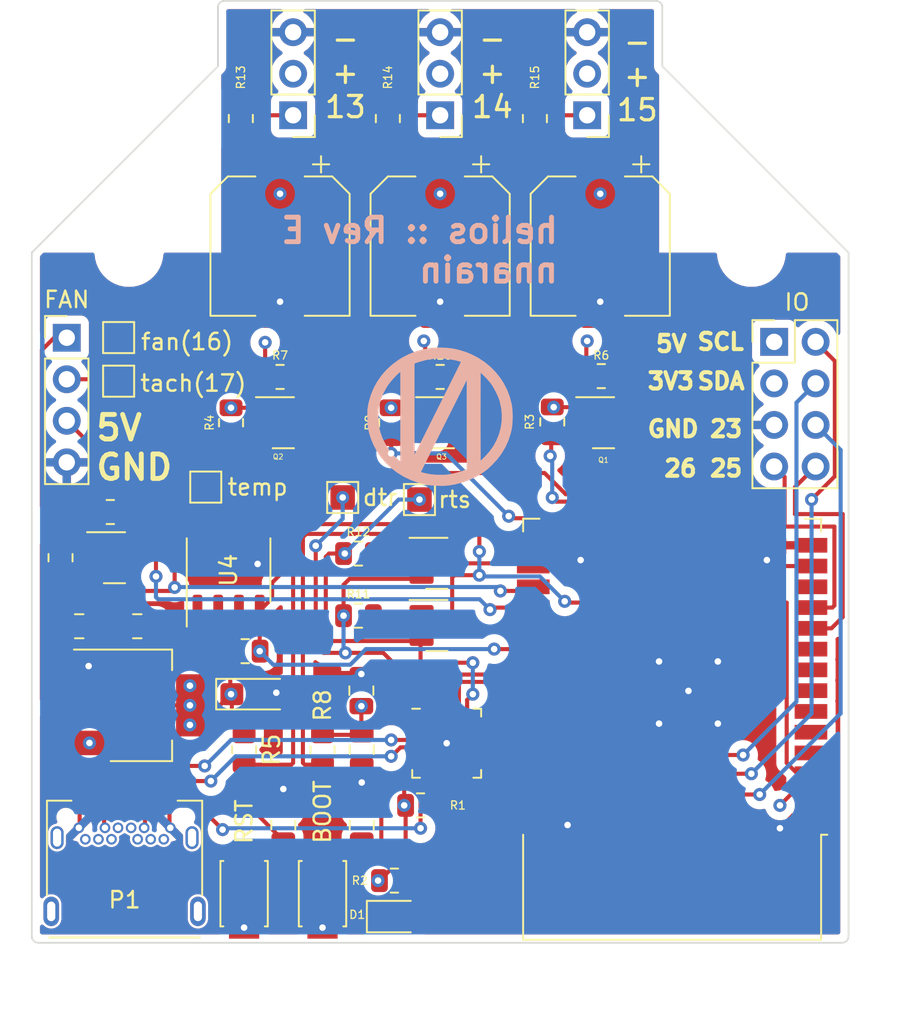
<source format=kicad_pcb>
(kicad_pcb (version 20211014) (generator pcbnew)
  (title_block (title "ESP Light Controller") (date "2022-04-24") (rev "E") (comment 3 "MIT"))
  (layers (0 "F.Cu" signal) (1 "In1.Cu" power "PWR") (2 "In2.Cu" power "GND") (31 "B.Cu" signal) (34 "B.Paste" user) (35 "F.Paste" user) (36 "B.SilkS" user "B.Silkscreen") (37 "F.SilkS" user "F.Silkscreen") (38 "B.Mask" user) (39 "F.Mask" user) (44 "Edge.Cuts" user))
  (net 0 "")
  (net 1 "+5V")
  (net 2 "/en")
  (net 3 "GND")
  (net 4 "/io0")
  (net 5 "Net-(D1-Pad2)")
  (net 6 "+3V3")
  (net 7 "Net-(J1-Pad1)")
  (net 8 "Net-(J3-Pad1)")
  (net 9 "Net-(J2-Pad1)")
  (net 11 "/usb_dp")
  (net 12 "/usb_dm")
  (net 14 "/ledctl2")
  (net 15 "/led2")
  (net 16 "/ledctl0")
  (net 17 "/led0")
  (net 18 "/ledctl1")
  (net 19 "/led1")
  (net 20 "Net-(Q4-Pad1)")
  (net 21 "/rts")
  (net 22 "Net-(Q5-Pad1)")
  (net 23 "/dtr")
  (net 24 "Net-(R1-Pad2)")
  (net 35 "/esp_tx")
  (net 36 "/esp_rx")
  (net 45 "/io23")
  (net 46 "/io26")
  (net 54 "/fan")
  (net 56 "/tach")
  (net 57 "/fanctl")
  (net 59 "Net-(R18-Pad2)")
  (net 62 "/sda")
  (net 63 "/scl")
  (net 64 "/io25")
  (footprint "Resistor_SMD:R_0805_2012Metric" (layer "F.Cu") (at 135.077157 81.787157)
    (fp_text reference "R12" hide)
    (fp_text value "10k")
  )
  (footprint "Resistor_SMD:R_0805_2012Metric" (layer "F.Cu") (at 138.877157 97.187157)
    (fp_text reference "R1" hide)
    (fp_text value "4.7k")
  )
  (footprint "RF_Module:ESP32-WROOM-32" (layer "F.Cu") (at 154.277157 89.537157 180)
    (fp_text reference "U3" hide)
    (fp_text value "ESP32-WROOM-32")
  )
  (footprint "Package_TO_SOT_SMD:SOT-23" (layer "F.Cu") (at 140.277157 73.787157)
    (fp_text reference "Q3" hide)
    (fp_text value "2N7002")
  )
  (footprint "Resistor_SMD:R_0805_2012Metric" (layer "F.Cu") (at 128.077157 93.787157 -90)
    (fp_text reference "R5")
    (fp_text value "10k")
  )
  (footprint "Resistor_SMD:R_0805_2012Metric" (layer "F.Cu") (at 145.877157 55.187157 90)
    (fp_text reference "R15" hide)
    (fp_text value "100")
  )
  (footprint "Package_SO:SOIC-8_3.9x4.9mm_P1.27mm" (layer "F.Cu") (at 127.127 82.804 90)
    (fp_text reference "U4")
    (fp_text value "DS18B20Z")
  )
  (footprint "Capacitor_SMD:C_0805_2012Metric" (layer "F.Cu") (at 135.277157 98.387157 90)
    (fp_text reference "C7" hide)
    (fp_text value "100nF")
  )
  (footprint "Package_TO_SOT_SMD:SOT-23" (layer "F.Cu") (at 139.877157 82.387157)
    (fp_text reference "Q5" hide)
    (fp_text value "2N7002")
  )
  (footprint "Connector_PinHeader_2.54mm:PinHeader_2x04_P2.54mm_Vertical" (layer "F.Cu") (at 160.523 68.844)
    (fp_text reference "J5" hide)
    (fp_text value "IO")
  )
  (footprint "MountingHole:MountingHole_3.2mm_M3_DIN965" (layer "F.Cu") (at 121.031 63.373)
    (fp_text reference "REF**" hide)
    (fp_text value "M3" hide)
  )
  (footprint "Resistor_SMD:R_0805_2012Metric" (layer "F.Cu") (at 119.888 79.248 180)
    (fp_text reference "R17" hide)
    (fp_text value "10k")
  )
  (footprint "Capacitor_Tantalum_SMD:CP_EIA-3216-18_Kemet-A" (layer "F.Cu") (at 128.677157 90.387157)
    (fp_text reference "C4" hide)
    (fp_text value "22uF")
  )
  (footprint "Resistor_SMD:R_0805_2012Metric" (layer "F.Cu") (at 146.939657 73.737157 -90)
    (fp_text reference "R3" hide)
    (fp_text value "10k")
  )
  (footprint "Resistor_SMD:R_0805_2012Metric" (layer "F.Cu") (at 130.277157 70.987157)
    (fp_text reference "R7" hide)
    (fp_text value "10k")
  )
  (footprint "Connector_PinHeader_2.54mm:PinHeader_1x03_P2.54mm_Vertical" (layer "F.Cu") (at 149.077157 54.987157 180)
    (fp_text reference "J3" hide)
    (fp_text value "LED2" hide)
  )
  (footprint "Package_DFN_QFN:QFN-24-1EP_4x4mm_P0.5mm_EP2.6x2.6mm" (layer "F.Cu") (at 140.477157 93.387157)
    (fp_text reference "U1" hide)
    (fp_text value "CP2104")
  )
  (footprint "Connector_PinHeader_2.54mm:PinHeader_1x04_P2.54mm_Vertical" (layer "F.Cu") (at 117.221 68.59)
    (fp_text reference "FAN")
    (fp_text value "FAN")
  )
  (footprint "Capacitor_SMD:C_0805_2012Metric" (layer "F.Cu") (at 135.277157 93.787157 -90)
    (fp_text reference "C2" hide)
    (fp_text value "100nF")
  )
  (footprint "Resistor_SMD:R_0805_2012Metric" (layer "F.Cu") (at 135.077157 85.587157)
    (fp_text reference "R11" hide)
    (fp_text value "10k")
  )
  (footprint "Package_TO_SOT_SMD:SOT-23" (layer "F.Cu") (at 150.077157 73.787157)
    (fp_text reference "Q1" hide)
    (fp_text value "2N7002")
  )
  (footprint "Resistor_SMD:R_0805_2012Metric" (layer "F.Cu") (at 137.277157 101.787157)
    (fp_text reference "R2" hide)
    (fp_text value "330")
  )
  (footprint "Package_TO_SOT_SMD:SOT-223-3_TabPin2" (layer "F.Cu") (at 121.76 91.07)
    (fp_text reference "U2" hide)
    (fp_text value "AMS1117-3.3")
  )
  (footprint "Package_TO_SOT_SMD:SOT-23" (layer "F.Cu") (at 120.142 82.042)
    (fp_text reference "Q6" hide)
    (fp_text value "2N7002")
  )
  (footprint "USB-C-Connectors:TYPE-C-31-M-04" (layer "F.Cu") (at 120.76 102.27)
    (fp_text reference "P1")
    (fp_text value "USB_C_Plug_USB2.0")
  )
  (footprint "TestPoint:TestPoint_Pad_1.5x1.5mm" (layer "F.Cu") (at 120.396 71.247)
    (fp_text reference "TP5" hide)
    (fp_text value "tach(17)")
  )
  (footprint "Capacitor_SMD:CP_Elec_8x10" (layer "F.Cu") (at 140.077157 62.987157 -90)
    (fp_text reference "C9" hide)
    (fp_text value "1000uF")
  )
  (footprint "TestPoint:TestPoint_Pad_1.5x1.5mm" (layer "F.Cu") (at 134.112 78.359)
    (fp_text reference "TP3" hide)
    (fp_text value "dtr")
  )
  (footprint "Capacitor_SMD:C_0805_2012Metric" (layer "F.Cu") (at 135.255 90.17 90)
    (fp_text reference "C1" hide)
    (fp_text value "1uF")
  )
  (footprint "Resistor_SMD:R_0805_2012Metric" (layer "F.Cu") (at 149.939657 70.937157)
    (fp_text reference "R6" hide)
    (fp_text value "10k")
  )
  (footprint "Resistor_SMD:R_0805_2012Metric" (layer "F.Cu") (at 132.877157 93.787157 -90)
    (fp_text reference "R8")
    (fp_text value "10k")
  )
  (footprint "Resistor_SMD:R_0805_2012Metric" (layer "F.Cu") (at 127.277157 73.787157 -90)
    (fp_text reference "R4" hide)
    (fp_text value "10k")
  )
  (footprint "Resistor_SMD:R_0805_2012Metric" (layer "F.Cu") (at 127.877159 55.187157 90)
    (fp_text reference "R13" hide)
    (fp_text value "100")
  )
  (footprint "Capacitor_SMD:C_0805_2012Metric" (layer "F.Cu") (at 121.539 86.233 180)
    (fp_text reference "C3" hide)
    (fp_text value "10uF")
  )
  (footprint "Resistor_SMD:R_0805_2012Metric" (layer "F.Cu") (at 137.077157 73.787157 -90)
    (fp_text reference "R9" hide)
    (fp_text value "10k")
  )
  (footprint "Package_TO_SOT_SMD:SOT-23" (layer "F.Cu") (at 130.477157 73.787157)
    (fp_text reference "Q2" hide)
    (fp_text value "2N7002")
  )
  (footprint "TestPoint:TestPoint_Pad_1.5x1.5mm" (layer "F.Cu") (at 138.811 78.486)
    (fp_text reference "TP4" hide)
    (fp_text value "rts")
  )
  (footprint "Capacitor_SMD:CP_Elec_8x10" (layer "F.Cu") (at 149.877157 62.987157 -90)
    (fp_text reference "C8" hide)
    (fp_text value "1000uF")
  )
  (footprint "Resistor_SMD:R_0805_2012Metric" (layer "F.Cu") (at 116.84 82.042 -90)
    (fp_text reference "R16" hide)
    (fp_text value "10k")
  )
  (footprint "Connector_PinHeader_2.54mm:PinHeader_1x03_P2.54mm_Vertical" (layer "F.Cu") (at 140.077157 54.987156 180)
    (fp_text reference "J2" hide)
    (fp_text value "LED1" hide)
  )
  (footprint "tactile_switches:TS-1088-AR02016" (layer "F.Cu") (at 132.877157 102.587157 -90)
    (fp_text reference "SW2" hide)
    (fp_text value "BOOT")
  )
  (footprint "Resistor_SMD:R_0805_2012Metric" (layer "F.Cu") (at 136.877157 55.187157 90)
    (fp_text reference "R14" hide)
    (fp_text value "100")
  )
  (footprint "TestPoint:TestPoint_Pad_1.5x1.5mm" (layer "F.Cu") (at 120.396 68.58)
    (fp_text reference "TP2" hide)
    (fp_text value "fan(16)")
  )
  (footprint "Package_TO_SOT_SMD:SOT-23" (layer "F.Cu") (at 139.877157 86.187157)
    (fp_text reference "Q4" hide)
    (fp_text value "2N7002")
  )
  (footprint "MountingHole:MountingHole_3.2mm_M3_DIN965" (layer "F.Cu") (at 159.131 63.373)
    (fp_text reference "REF**" hide)
    (fp_text value "M3" hide)
  )
  (footprint "tactile_switches:TS-1088-AR02016" (layer "F.Cu") (at 128.077157 102.587157 -90)
    (fp_text reference "SW1" hide)
    (fp_text value "RST")
  )
  (footprint "Resistor_SMD:R_0805_2012Metric" (layer "F.Cu") (at 140.077157 70.987157)
    (fp_text reference "R10" hide)
    (fp_text value "10k")
  )
  (footprint "Resistor_SMD:R_0805_2012Metric" (layer "F.Cu") (at 128.143 87.757)
    (fp_text reference "R18" hide)
    (fp_text value "4.7k" hide)
  )
  (footprint "Connector_PinHeader_2.54mm:PinHeader_1x03_P2.54mm_Vertical" (layer "F.Cu") (at 131.077158 54.987157 180)
    (fp_text reference "J1" hide)
    (fp_text value "LED0" hide)
  )
  (footprint "Capacitor_SMD:C_0805_2012Metric" (layer "F.Cu") (at 117.983 86.233)
    (fp_text reference "C5" hide)
    (fp_text value "100nF")
  )
  (footprint "LED_SMD:LED_0805_2012Metric" (layer "F.Cu") (at 137.277157 103.987157)
    (fp_text reference "D1" hide)
    (fp_text value "PWR" hide)
  )
  (footprint "Capacitor_SMD:C_0805_2012Metric" (layer "F.Cu") (at 130.477157 98.387157 90)
    (fp_text reference "C6" hide)
    (fp_text value "100nF")
  )
  (footprint "Capacitor_SMD:CP_Elec_8x10" (layer "F.Cu") (at 130.277157 62.987157 -90)
    (fp_text reference "C10" hide)
    (fp_text value "1000uF")
  )
  (footprint "TestPoint:TestPoint_Pad_1.5x1.5mm" (layer "F.Cu") (at 125.73 77.724)
    (fp_text reference "TP1" hide)
    (fp_text value "temp")
  )
  (footprint "symbols:logo" (layer "B.Cu") (at 140.081 73.406 180)
    (fp_text reference "G***" hide)
    (fp_text value "LOGO" hide)
  )
  (gr_line (start 115.077157 63.387157) (end 120.877157 57.587157) (layer "Edge.Cuts") (width 0.1))
  (gr_line (start 153.677157 48.387157) (end 153.677157 51.987157) (layer "Edge.Cuts") (width 0.1))
  (gr_line (start 126.477157 51.987157) (end 126.477157 48.387157) (layer "Edge.Cuts") (width 0.1))
  (gr_arc (start 115.477157 105.587157) (mid 115.194314 105.47) (end 115.077157 105.187157) (layer "Edge.Cuts") (width 0.1))
  (gr_line (start 165.077157 105.187157) (end 165.077157 63.387157) (layer "Edge.Cuts") (width 0.1))
  (gr_line (start 115.077157 105.187157) (end 115.077157 63.387157) (layer "Edge.Cuts") (width 0.1))
  (gr_arc (start 126.477157 48.387157) (mid 126.594314 48.104314) (end 126.877157 47.987157) (layer "Edge.Cuts") (width 0.1))
  (gr_arc (start 165.077157 105.187157) (mid 164.96 105.47) (end 164.677157 105.587157) (layer "Edge.Cuts") (width 0.1))
  (gr_line (start 165.077157 63.387157) (end 153.677157 51.987157) (layer "Edge.Cuts") (width 0.1))
  (gr_line (start 126.877157 47.987157) (end 153.277157 47.987157) (layer "Edge.Cuts") (width 0.1))
  (gr_line (start 115.477157 105.587157) (end 164.677157 105.587157) (layer "Edge.Cuts") (width 0.1))
  (gr_line (start 120.877157 57.587157) (end 126.477157 51.987157) (layer "Edge.Cuts") (width 0.1))
  (gr_arc (start 153.277157 47.987157) (mid 153.56 48.104314) (end 153.677157 48.387157) (layer "Edge.Cuts") (width 0.1))
  (gr_text "helios :: Rev E\nnnarain" (at 147.447 63.246) (layer "B.SilkS") (effects (font (size 1.5 1.5) (thickness 0.3)) (justify left mirror)))
  (gr_text "3V3" (at 152.654 71.247) (layer "F.SilkS") (effects (font (size 1 1) (thickness 0.25)) (justify left)))
  (gr_text "-\n+\n14" (at 143.277157 52.387157) (layer "F.SilkS") (effects (font (size 1.3 1.3) (thickness 0.2))))
  (gr_text "GND\n" (at 152.654 74.168) (layer "F.SilkS") (effects (font (size 1 1) (thickness 0.25)) (justify left)))
  (gr_text "23" (at 156.464 74.168) (layer "F.SilkS") (effects (font (size 1 1) (thickness 0.25)) (justify left)))
  (gr_text "-\n+\n15" (at 152.146 52.578) (layer "F.SilkS") (effects (font (size 1.3 1.3) (thickness 0.2))))
  (gr_text "SDA" (at 155.702 71.247) (layer "F.SilkS") (effects (font (size 1 1) (thickness 0.25)) (justify left)))
  (gr_text "5V" (at 153.162 68.961) (layer "F.SilkS") (effects (font (size 1 1) (thickness 0.25)) (justify left)))
  (gr_text "-\n+\n13" (at 134.277157 52.387157) (layer "F.SilkS") (effects (font (size 1.3 1.3) (thickness 0.2))))
  (gr_text "26" (at 153.67 76.581) (layer "F.SilkS") (effects (font (size 1 1) (thickness 0.25)) (justify left)))
  (gr_text "SCL" (at 155.702 68.834) (layer "F.SilkS") (effects (font (size 1 1) (thickness 0.25)) (justify left)))
  (gr_text "5V\nGND" (at 118.872 75.311) (layer "F.SilkS") (effects (font (size 1.5 1.5) (thickness 0.3)) (justify left)))
  (gr_text "25" (at 156.464 76.581) (layer "F.SilkS") (effects (font (size 1 1) (thickness 0.25)) (justify left)))
  (segment (start 119.51 98.51) (end 119.56 98.56) (width 0.25) (layer "F.Cu") (net 1))
  (segment (start 139.164657 70.987157) (end 139.164657 69.074657) (width 0.25) (layer "F.Cu") (net 1))
  (segment (start 122.01 98.51) (end 121.96 98.56) (width 0.25) (layer "F.Cu") (net 1))
  (segment (start 139.077157 68.987157) (end 139.077157 68.787157) (width 0.25) (layer "F.Cu") (net 1))
  (segment (start 122.01 96.500978) (end 122.01 97.2) (width 0.25) (layer "F.Cu") (net 1))
  (segment (start 138.877157 98.587157) (end 138.877157 96.387157) (width 0.25) (layer "F.Cu") (net 1))
  (segment (start 149.027157 70.937157) (end 149.027157 69.037157) (width 0.25) (layer "F.Cu") (net 1))
  (segment (start 139.164657 69.074657) (end 139.077157 68.987157) (width 0.25) (layer "F.Cu") (net 1))
  (segment (start 138.877157 96.387157) (end 139.202637 96.061677) (width 0.25) (layer "F.Cu") (net 1))
  (segment (start 119.51 97.2) (end 119.51 98.51) (width 0.25) (layer "F.Cu") (net 1))
  (segment (start 139.727157 95.987157) (end 139.727157 95.324657) (width 0.25) (layer "F.Cu") (net 1))
  (segment (start 118.61 93.37) (end 119.51 94.27) (width 0.25) (layer "F.Cu") (net 1))
  (segment (start 122.035489 96.475489) (end 122.01 96.500978) (width 0.25) (layer "F.Cu") (net 1))
  (segment (start 139.202637 96.061677) (end 139.652637 96.061677) (width 0.25) (layer "F.Cu") (net 1))
  (segment (start 149.027157 69.037157) (end 149.077157 68.987157) (width 0.25) (layer "F.Cu") (net 1))
  (segment (start 129.364657 70.987157) (end 129.364657 68.874657) (width 0.25) (layer "F.Cu") (net 1))
  (segment (start 120.8005 79.248) (end 120.8005 77.2495) (width 0.25) (layer "F.Cu") (net 1))
  (segment (start 119.51 94.27) (end 119.51 97.2) (width 0.25) (layer "F.Cu") (net 1))
  (segment (start 139.652637 96.061677) (end 139.727157 95.987157) (width 0.25) (layer "F.Cu") (net 1))
  (segment (start 124.565489 96.475489) (end 122.035489 96.475489) (width 0.25) (layer "F.Cu") (net 1))
  (segment (start 122.01 97.2) (end 122.01 98.51) (width 0.25) (layer "F.Cu") (net 1))
  (segment (start 120.8005 77.2495) (end 117.221 73.67) (width 0.25) (layer "F.Cu") (net 1))
  (segment (start 126.76 98.67) (end 124.565489 96.475489) (width 0.25) (layer "F.Cu") (net 1))
  (segment (start 149.077157 68.987157) (end 149.077157 68.787157) (width 0.25) (layer "F.Cu") (net 1))
  (via (at 140.077157 59.787157) (size 0.8) (drill 0.4) (layers "F.Cu" "B.Cu") (net 1))
  (via (at 149.077157 68.787157) (size 0.8) (drill 0.4) (layers "F.Cu" "B.Cu") (net 1))
  (via (at 129.364657 68.874657) (size 0.8) (drill 0.4) (layers "F.Cu" "B.Cu") (net 1))
  (via (at 126.76 98.67) (size 0.8) (drill 0.4) (layers "F.Cu" "B.Cu") (net 1))
  (via (at 149.877157 59.787157) (size 0.8) (drill 0.4) (layers "F.Cu" "B.Cu") (net 1))
  (via (at 138.877157 98.587157) (size 0.8) (drill 0.4) (layers "F.Cu" "B.Cu") (net 1))
  (via (at 139.077157 68.787157) (size 0.8) (drill 0.4) (layers "F.Cu" "B.Cu") (net 1))
  (via (at 130.277157 59.787157) (size 0.8) (drill 0.4) (layers "F.Cu" "B.Cu") (net 1))
  (via (at 118.61 93.37) (size 0.8) (drill 0.4) (layers "F.Cu" "B.Cu") (net 1))
  (segment (start 138.877157 98.587157) (end 126.842843 98.587157) (width 0.25) (layer "B.Cu") (net 1))
  (segment (start 126.842843 98.587157) (end 126.76 98.67) (width 0.25) (layer "B.Cu") (net 1))
  (segment (start 131.077157 80.387157) (end 131.477157 79.987157) (width 0.25) (layer "F.Cu") (net 2))
  (segment (start 161.29 94.594022) (end 161.948135 95.252157) (width 0.25) (layer "F.Cu") (net 2))
  (segment (start 128.077157 94.699657) (end 130.964657 94.699657) (width 0.25) (layer "F.Cu") (net 2))
  (segment (start 140.814657 83.249657) (end 140.814657 86.187157) (width 0.25) (layer "F.Cu") (net 2))
  (segment (start 128.077157 94.699657) (end 128.077157 96.937157) (width 0.25) (layer "F.Cu") (net 2))
  (segment (start 147.701 84.709) (end 147.779157 84.787157) (width 0.25) (layer "F.Cu") (net 2))
  (segment (start 142.477157 83.111657) (end 140.952657 83.111657) (width 0.25) (layer "F.Cu") (net 2))
  (segment (start 130.477157 99.337157) (end 130.477157 100.512157) (width 0.25) (layer "F.Cu") (net 2))
  (segment (start 131.477157 79.987157) (end 142.477157 79.987157) (width 0.25) (layer "F.Cu") (net 2))
  (segment (start 161.948135 95.252157) (end 162.777157 95.252157) (width 0.25) (layer "F.Cu") (net 2))
  (segment (start 142.477157 79.987157) (end 142.477157 81.662657) (width 0.25) (layer "F.Cu") (net 2))
  (segment (start 140.952657 83.111657) (end 140.814657 83.249657) (width 0.25) (layer "F.Cu") (net 2))
  (segment (start 147.779157 84.787157) (end 161.29 84.787157) (width 0.25) (layer "F.Cu") (net 2))
  (segment (start 131.077157 94.587157) (end 131.077157 80.387157) (width 0.25) (layer "F.Cu") (net 2))
  (segment (start 130.964657 94.699657) (end 131.077157 94.587157) (width 0.25) (layer "F.Cu") (net 2))
  (segment (start 128.077157 96.937157) (end 130.477157 99.337157) (width 0.25) (layer "F.Cu") (net 2))
  (segment (start 161.29 84.787157) (end 161.29 94.594022) (width 0.25) (layer "F.Cu") (net 2))
  (segment (start 130.477157 100.512157) (end 128.077157 100.512157) (width 0.25) (layer "F.Cu") (net 2))
  (via (at 147.701 84.709) (size 0.8) (drill 0.4) (layers "F.Cu" "B.Cu") (net 2))
  (via (at 142.477157 81.662657) (size 0.8) (drill 0.4) (layers "F.Cu" "B.Cu") (net 2))
  (via (at 142.477157 83.111657) (size 0.8) (drill 0.4) (layers "F.Cu" "B.Cu") (net 2))
  (segment (start 142.477157 81.662657) (end 142.477157 83.111657) (width 0.25) (layer "B.Cu") (net 2))
  (segment (start 146.179157 83.187157) (end 142.552657 83.187157) (width 0.25) (layer "B.Cu") (net 2))
  (segment (start 147.701 84.709) (end 146.179157 83.187157) (width 0.25) (layer "B.Cu") (net 2))
  (segment (start 142.552657 83.187157) (end 142.477157 83.111657) (width 0.25) (layer "B.Cu") (net 2))
  (segment (start 130.027157 90.317843) (end 130.027157 90.387157) (width 0.25) (layer "F.Cu") (net 3))
  (segment (start 123.51 97.2) (end 123.51 98.51) (width 0.25) (layer "F.Cu") (net 3))
  (segment (start 135.664657 104.662157) (end 136.339657 103.987157) (width 0.25) (layer "F.Cu") (net 3))
  (segment (start 159.992157 80.282157) (end 159.992157 82.102157) (width 0.25) (layer "F.Cu") (net 3))
  (segment (start 147.282157 97.792157) (end 147.877157 98.387157) (width 0.25) (layer "F.Cu") (net 3))
  (segment (start 132.877157 104.662157) (end 135.664657 104.662157) (width 0.25) (layer "F.Cu") (net 3))
  (segment (start 139.727157 92.637157) (end 140.477157 93.387157) (width 0.25) (layer "F.Cu") (net 3))
  (segment (start 148.562157 80.282157) (end 148.562157 82.072157) (width 0.25) (layer "F.Cu") (net 3))
  (segment (start 123.51 98.51) (end 123.56 98.56) (width 0.25) (layer "F.Cu") (net 3))
  (segment (start 145.777157 97.792157) (end 147.282157 97.792157) (width 0.25) (layer "F.Cu") (net 3))
  (segment (start 135.277157 97.437157) (end 130.477157 97.437157) (width 0.25) (layer "F.Cu") (net 3))
  (segment (start 129.032 82.296) (end 128.905 82.423) (width 0.25) (layer "F.Cu") (net 3))
  (segment (start 159.992157 82.102157) (end 160.077157 82.187157) (width 0.25) (layer "F.Cu") (net 3))
  (segment (start 162.777157 97.792157) (end 161.672157 97.792157) (width 0.25) (layer "F.Cu") (net 3))
  (segment (start 118.933 86.233) (end 120.589 86.233) (width 0.25) (layer "F.Cu") (net 3))
  (segment (start 129.032 80.329) (end 129.032 82.296) (width 0.25) (layer "F.Cu") (net 3))
  (segment (start 161.672157 97.792157) (end 160.877157 98.587157) (width 0.25) (layer "F.Cu") (net 3))
  (segment (start 135.277157 94.737157) (end 135.277157 95.787157) (width 0.25) (layer "F.Cu") (net 3))
  (segment (start 138.539657 92.637157) (end 139.727157 92.637157) (width 0.25) (layer "F.Cu") (net 3))
  (segment (start 118.01 98.51) (end 117.96 98.56) (width 0.25) (layer "F.Cu") (net 3))
  (segment (start 118.933 86.233) (end 118.933 88.297) (width 0.25) (layer "F.Cu") (net 3))
  (segment (start 130.048 90.297) (end 130.027157 90.317843) (width 0.25) (layer "F.Cu") (net 3))
  (segment (start 118.933 88.297) (end 118.56 88.67) (width 0.25) (layer "F.Cu") (net 3))
  (segment (start 118.01 97.2) (end 118.01 98.51) (width 0.25) (layer "F.Cu") (net 3))
  (segment (start 130.477157 97.437157) (end 130.477157 96.187157) (width 0.25) (layer "F.Cu") (net 3))
  (segment (start 148.562157 82.072157) (end 148.677157 82.187157) (width 0.25) (layer "F.Cu") (net 3))
  (via (at 147.877157 98.387157) (size 0.8) (drill 0.4) (layers "F.Cu" "B.Cu") (net 3))
  (via (at 135.255 89.154) (size 0.8) (drill 0.4) (layers "F.Cu" "B.Cu") (net 3))
  (via (at 160.877157 98.587157) (size 0.8) (drill 0.4) (layers "F.Cu" "B.Cu") (net 3))
  (via (at 155.277157 90.187157) (size 0.8) (drill 0.4) (layers "F.Cu" "B.Cu") (net 3))
  (via (at 128.077157 104.662157) (size 0.8) (drill 0.4) (layers "F.Cu" "B.Cu") (net 3))
  (via (at 149.877157 66.387157) (size 0.8) (drill 0.4) (layers "F.Cu" "B.Cu") (net 3))
  (via (at 148.677157 82.187157) (size 0.8) (drill 0.4) (layers "F.Cu" "B.Cu") (net 3))
  (via (at 130.048 90.297) (size 0.8) (drill 0.4) (layers "F.Cu" "B.Cu") (net 3))
  (via (at 157.077157 92.187157) (size 0.8) (drill 0.4) (layers "F.Cu" "B.Cu") (net 3))
  (via (at 128.905 82.423) (size 0.8) (drill 0.4) (layers "F.Cu" "B.Cu") (net 3))
  (via (at 132.877157 104.662157) (size 0.8) (drill 0.4) (layers "F.Cu" "B.Cu") (net 3))
  (via (at 118.56 88.67) (size 0.8) (drill 0.4) (layers "F.Cu" "B.Cu") (net 3))
  (via (at 140.077157 66.387157) (size 0.8) (drill 0.4) (layers "F.Cu" "B.Cu") (net 3))
  (via (at 130.277157 66.387157) (size 0.8) (drill 0.4) (layers "F.Cu" "B.Cu") (net 3))
  (via (at 157.077157 88.387157) (size 0.8) (drill 0.4) (layers "F.Cu" "B.Cu") (net 3))
  (via (at 140.477157 93.387157) (size 0.8) (drill 0.4) (layers "F.Cu" "B.Cu") (net 3))
  (via (at 160.077157 82.187157) (size 0.8) (drill 0.4) (layers "F.Cu" "B.Cu") (net 3))
  (via (at 153.477157 92.187157) (size 0.8) (drill 0.4) (layers "F.Cu" "B.Cu") (net 3))
  (via (at 153.477157 88.387157) (size 0.8) (drill 0.4) (layers "F.Cu" "B.Cu") (net 3))
  (via (at 130.477157 96.187157) (size 0.8) (drill 0.4) (layers "F.Cu" "B.Cu") (net 3))
  (via (at 135.277157 95.787157) (size 0.8) (drill 0.4) (layers "F.Cu" "B.Cu") (net 3))
  (segment (start 135.277157 100.387157) (end 135.277157 99.337157) (width 0.25) (layer "F.Cu") (net 4))
  (segment (start 132.877157 100.512157) (end 135.152157 100.512157) (width 0.25) (layer "F.Cu") (net 4))
  (segment (start 131.677157 94.587157) (end 131.677157 80.787157) (width 0.25) (layer "F.Cu") (net 4))
  (segment (start 131.677157 80.787157) (end 131.877157 80.587157) (width 0.25) (layer "F.Cu") (net 4))
  (segment (start 140.677157 80.587157) (end 140.877157 80.787157) (width 0.25) (layer "F.Cu") (net 4))
  (segment (start 132.877157 94.699657) (end 131.789657 94.699657) (width 0.25) (layer "F.Cu") (net 4))
  (segment (start 136.477157 96.987157) (end 136.477157 99.387157) (width 0.25) (layer "F.Cu") (net 4))
  (segment (start 140.877157 80.787157) (end 140.877157 82.324657) (width 0.25) (layer "F.Cu") (net 4))
  (segment (start 140.877157 82.324657) (end 140.814657 82.387157) (width 0.25) (layer "F.Cu") (net 4))
  (segment (start 131.789657 94.699657) (end 131.677157 94.587157) (width 0.25) (layer "F.Cu") (net 4))
  (segment (start 140.814657 82.387157) (end 143.677157 82.387157) (width 0.25) (layer "F.Cu") (net 4))
  (segment (start 131.877157 80.587157) (end 140.677157 80.587157) (width 0.25) (layer "F.Cu") (net 4))
  (segment (start 135.327157 99.387157) (end 135.277157 99.337157) (width 0.25) (layer "F.Cu") (net 4))
  (segment (start 144.782157 81.282157) (end 145.777157 81.282157) (width 0.25) (layer "F.Cu") (net 4))
  (segment (start 136.477157 99.387157) (end 135.327157 99.387157) (width 0.25) (layer "F.Cu") (net 4))
  (segment (start 134.790137 96.612637) (end 136.102637 96.612637) (width 0.25) (layer "F.Cu") (net 4))
  (segment (start 135.152157 100.512157) (end 135.277157 100.387157) (width 0.25) (layer "F.Cu") (net 4))
  (segment (start 136.102637 96.612637) (end 136.477157 96.987157) (width 0.25) (layer "F.Cu") (net 4))
  (segment (start 143.677157 82.387157) (end 144.782157 81.282157) (width 0.25) (layer "F.Cu") (net 4))
  (segment (start 132.877157 94.699657) (end 134.790137 96.612637) (width 0.25) (layer "F.Cu") (net 4))
  (segment (start 138.189657 103.962157) (end 138.214657 103.987157) (width 0.25) (layer "F.Cu") (net 5))
  (segment (start 138.189657 101.787157) (end 138.189657 103.962157) (width 0.25) (layer "F.Cu") (net 5))
  (segment (start 127.327157 90.387157) (end 127.327157 92.124657) (width 0.25) (layer "F.Cu") (net 6))
  (segment (start 137.964657 100.187157) (end 136.364657 101.787157) (width 0.25) (layer "F.Cu") (net 6))
  (segment (start 146.952157 72.837157) (end 146.939657 72.824657) (width 0.25) (layer "F.Cu") (net 6))
  (segment (start 118.61 91.07) (end 122.544 91.07) (width 0.25) (layer "F.Cu") (net 6))
  (segment (start 132.877157 92.874657) (end 135.239657 92.874657) (width 0.25) (layer "F.Cu") (net 6))
  (segment (start 115.697 90.678) (end 116.089 91.07) (width 0.25) (layer "F.Cu") (net 6))
  (segment (start 122.544 91.07) (end 124.91 91.07) (width 0.25) (layer "F.Cu") (net 6))
  (segment (start 122.489 86.233) (end 122.489 91.015) (width 0.25) (layer "F.Cu") (net 6))
  (segment (start 139.164657 95.387157) (end 139.227157 95.324657) (width 0.25) (layer "F.Cu") (net 6))
  (segment (start 147.027157 72.837157) (end 146.952157 72.837157) (width 0.25) (layer "F.Cu") (net 6))
  (segment (start 115.824 86.233) (end 115.697 86.36) (width 0.25) (layer "F.Cu") (net 6))
  (segment (start 161.542157 96.522157) (end 160.877157 97.187157) (width 0.25) (layer "F.Cu") (net 6))
  (segment (start 129.502157 72.874657) (end 129.539657 72.837157) (width 0.25) (layer "F.Cu") (net 6))
  (segment (start 135.255 92.815) (end 135.277157 92.837157) (width 0.25) (layer "F.Cu") (net 6))
  (segment (start 127.762 85.279) (end 127.762 87.2255) (width 0.25) (layer "F.Cu") (net 6))
  (segment (start 126.594314 91.07) (end 127.277157 90.387157) (width 0.25) (layer "F.Cu") (net 6))
  (segment (start 127.277157 72.874657) (end 129.502157 72.874657) (width 0.25) (layer "F.Cu") (net 6))
  (segment (start 137.077157 72.874657) (end 139.302157 72.874657) (width 0.25) (layer "F.Cu") (net 6))
  (segment (start 135.239657 92.874657) (end 135.277157 92.837157) (width 0.25) (layer "F.Cu") (net 6))
  (segment (start 138.539657 94.137157) (end 138.539657 94.637157) (width 0.25) (layer "F.Cu") (net 6))
  (segment (start 137.877157 95.299657) (end 138.539657 94.637157) (width 0.25) (layer "F.Cu") (net 6))
  (segment (start 138.677157 95.387157) (end 139.164657 95.387157) (width 0.25) (layer "F.Cu") (net 6))
  (segment (start 137.877157 97.187157) (end 137.877157 95.299657) (width 0.25) (layer "F.Cu") (net 6))
  (segment (start 119.167 81.1295) (end 119.2045 81.092) (width 0.25) (layer "F.Cu") (net 6))
  (segment (start 149.139657 72.837157) (end 147.027157 72.837157) (width 0.25) (layer "F.Cu") (net 6))
  (segment (start 127.2305 90.3405) (end 127.277157 90.387157) (width 0.25) (layer "F.Cu") (net 6))
  (segment (start 138.539657 94.637157) (end 138.539657 95.249657) (width 0.25) (layer "F.Cu") (net 6))
  (segment (start 139.302157 72.874657) (end 139.339657 72.837157) (width 0.25) (layer "F.Cu") (net 6))
  (segment (start 122.489 91.015) (end 122.544 91.07) (width 0.25) (layer "F.Cu") (net 6))
  (segment (start 115.697 86.36) (end 115.697 90.678) (width 0.25) (layer "F.Cu") (net 6))
  (segment (start 135.255 91.12) (end 135.255 92.815) (width 0.25) (layer "F.Cu") (net 6))
  (segment (start 116.84 81.1295) (end 119.167 81.1295) (width 0.25) (layer "F.Cu") (net 6))
  (segment (start 137.964657 97.187157) (end 137.964657 100.187157) (width 0.25) (layer "F.Cu") (net 6))
  (segment (start 115.8475 81.1295) (end 115.697 81.28) (width 0.25) (layer "F.Cu") (net 6))
  (segment (start 115.697 81.28) (end 115.697 86.36) (width 0.25) (layer "F.Cu") (net 6))
  (segment (start 138.539657 95.249657) (end 138.677157 95.387157) (width 0.25) (layer "F.Cu") (net 6))
  (segment (start 162.777157 96.522157) (end 161.542157 96.522157) (width 0.25) (layer "F.Cu") (net 6))
  (segment (start 116.089 91.07) (end 118.61 91.07) (width 0.25) (layer "F.Cu") (net 6))
  (segment (start 127.277157 90.387157) (end 127.327157 90.387157) (width 0.25) (layer "F.Cu") (net 6))
  (segment (start 124.91 91.07) (end 126.594314 91.07) (width 0.25) (layer "F.Cu") (net 6))
  (segment (start 127.2305 87.757) (end 127.2305 90.3405) (width 0.25) (layer "F.Cu") (net 6))
  (segment (start 127.327157 92.124657) (end 128.077157 92.874657) (width 0.25) (layer "F.Cu") (net 6))
  (segment (start 116.84 81.1295) (end 115.8475 81.1295) (width 0.25) (layer "F.Cu") (net 6))
  (segment (start 117.033 86.233) (end 115.824 86.233) (width 0.25) (layer "F.Cu") (net 6))
  (segment (start 127.762 87.2255) (end 127.2305 87.757) (width 0.25) (layer "F.Cu") (net 6))
  (via (at 136.277157 101.787157) (size 0.8) (drill 0.4) (layers "F.Cu" "B.Cu") (net 6))
  (via (at 124.76 89.87) (size 0.8) (drill 0.4) (layers "F.Cu" "B.Cu") (net 6))
  (via (at 137.077157 72.874657) (size 0.8) (drill 0.4) (layers "F.Cu" "B.Cu") (net 6))
  (via (at 124.76 91.07) (size 0.8) (drill 0.4) (layers "F.Cu" "B.Cu") (net 6))
  (via (at 147.027157 72.837157) (size 0.8) (drill 0.4) (layers "F.Cu" "B.Cu") (net 6))
  (via (at 127.277157 90.387157) (size 0.8) (drill 0.4) (layers "F.Cu" "B.Cu") (net 6))
  (via (at 160.877157 97.187157) (size 0.8) (drill 0.4) (layers "F.Cu" "B.Cu") (net 6))
  (via (at 137.877157 97.187157) (size 0.8) (drill 0.4) (layers "F.Cu" "B.Cu") (net 6))
  (via (at 127.277157 72.874657) (size 0.8) (drill 0.4) (layers "F.Cu" "B.Cu") (net 6))
  (via (at 124.76 92.27) (size 0.8) (drill 0.4) (layers "F.Cu" "B.Cu") (net 6))
  (via (at 135.255 91.12) (size 0.8) (drill 0.4) (layers "F.Cu" "B.Cu") (net 6))
  (segment (start 127.877159 54.274657) (end 128.589659 54.987157) (width 0.25) (layer "F.Cu") (net 7))
  (segment (start 128.589659 54.987157) (end 131.077158 54.987157) (width 0.25) (layer "F.Cu") (net 7))
  (segment (start 146.589657 54.987157) (end 149.077157 54.987157) (width 0.25) (layer "F.Cu") (net 8))
  (segment (start 145.877157 54.274657) (end 146.589657 54.987157) (width 0.25) (layer "F.Cu") (net 8))
  (segment (start 137.589656 54.987156) (end 140.077157 54.987156) (width 0.25) (layer "F.Cu") (net 9))
  (segment (start 136.877157 54.274657) (end 137.589656 54.987156) (width 0.25) (layer "F.Cu") (net 9))
  (segment (start 120.51 95.12) (end 120.855142 94.774858) (width 0.25) (layer "F.Cu") (net 11))
  (segment (start 120.855142 94.774858) (end 125.664858 94.774858) (width 0.25) (layer "F.Cu") (net 11))
  (segment (start 137.077157 93.187157) (end 138.489657 93.187157) (width 0.25) (layer "F.Cu") (net 11))
  (segment (start 138.489657 93.187157) (end 138.539657 93.137157) (width 0.25) (layer "F.Cu") (net 11))
  (segment (start 120.51 97.2) (end 120.51 95.12) (width 0.25) (layer "F.Cu") (net 11))
  (via (at 125.664858 94.774858) (size 0.8) (drill 0.4) (layers "F.Cu" "B.Cu") (net 11))
  (via (at 137.077157 93.187157) (size 0.8) (drill 0.4) (layers "F.Cu" "B.Cu") (net 11))
  (segment (start 127.277157 93.187157) (end 137.077157 93.187157) (width 0.25) (layer "B.Cu") (net 11))
  (segment (start 125.677157 94.787157) (end 127.277157 93.187157) (width 0.25) (layer "B.Cu") (net 11))
  (segment (start 137.101771 94.187157) (end 137.651771 93.637157) (width 0.25) (layer "F.Cu") (net 12))
  (segment (start 137.077157 94.187157) (end 137.101771 94.187157) (width 0.25) (layer "F.Cu") (net 12))
  (segment (start 121.01 96.500978) (end 121.810476 95.700502) (width 0.25) (layer "F.Cu") (net 12))
  (segment (start 121.01 97.2) (end 121.01 96.500978) (width 0.25) (layer "F.Cu") (net 12))
  (segment (start 121.810476 95.700502) (end 126.041935 95.700502) (width 0.25) (layer "F.Cu") (net 12))
  (segment (start 137.651771 93.637157) (end 138.539657 93.637157) (width 0.25) (layer "F.Cu") (net 12))
  (via (at 126.041935 95.700502) (size 0.8) (drill 0.4) (layers "F.Cu" "B.Cu") (net 12))
  (via (at 137.077157 94.187157) (size 0.8) (drill 0.4) (layers "F.Cu" "B.Cu") (net 12))
  (segment (start 126.041935 95.700502) (end 127.55528 94.187157) (width 0.25) (layer "B.Cu") (net 12))
  (segment (start 127.55528 94.187157) (end 137.077157 94.187157) (width 0.25) (layer "B.Cu") (net 12))
  (segment (start 147.193 78.613) (end 149.733 78.613) (width 0.25) (layer "F.Cu") (net 14))
  (segment (start 149.832157 78.712157) (end 149.832157 80.282157) (width 0.25) (layer "F.Cu") (net 14))
  (segment (start 146.843843 75.787157) (end 146.812 75.819) (width 0.25) (layer "F.Cu") (net 14))
  (segment (start 146.877157 75.787157) (end 146.877157 74.712157) (width 0.25) (layer "F.Cu") (net 14))
  (segment (start 149.733 78.613) (end 149.832157 78.712157) (width 0.25) (layer "F.Cu") (net 14))
  (segment (start 149.052157 74.649657) (end 149.139657 74.737157) (width 0.25) (layer "F.Cu") (net 14))
  (segment (start 146.939657 74.649657) (end 149.052157 74.649657) (width 0.25) (layer "F.Cu") (net 14))
  (segment (start 146.877157 75.787157) (end 146.843843 75.787157) (width 0.25) (layer "F.Cu") (net 14))
  (segment (start 146.939 78.359) (end 147.193 78.613) (width 0.25) (layer "F.Cu") (net 14))
  (segment (start 146.877157 74.712157) (end 146.939657 74.649657) (width 0.25) (layer "F.Cu") (net 14))
  (via (at 146.939 78.359) (size 0.8) (drill 0.4) (layers "F.Cu" "B.Cu") (net 14))
  (via (at 146.812 75.819) (size 0.8) (drill 0.4) (layers "F.Cu" "B.Cu") (net 14))
  (segment (start 146.812 75.819) (end 146.939 75.946) (width 0.25) (layer "B.Cu") (net 14))
  (segment (start 146.939 75.946) (end 146.939 78.359) (width 0.25) (layer "B.Cu") (net 14))
  (segment (start 145.877157 57.587157) (end 145.877157 56.099657) (width 0.25) (layer "F.Cu") (net 15))
  (segment (start 152.077157 57.587157) (end 145.877157 57.587157) (width 0.25) (layer "F.Cu") (net 15))
  (segment (start 150.852157 70.937157) (end 152.077157 69.712157) (width 0.25) (layer "F.Cu") (net 15))
  (segment (start 151.014657 71.099657) (end 150.852157 70.937157) (width 0.25) (layer "F.Cu") (net 15))
  (segment (start 152.077157 69.712157) (end 152.077157 57.587157) (width 0.25) (layer "F.Cu") (net 15))
  (segment (start 151.014657 73.787157) (end 151.014657 71.099657) (width 0.25) (layer "F.Cu") (net 15))
  (segment (start 127.277157 74.699657) (end 129.502157 74.699657) (width 0.25) (layer "F.Cu") (net 16))
  (segment (start 129.502157 74.699657) (end 129.539657 74.737157) (width 0.25) (layer "F.Cu") (net 16))
  (segment (start 158.722157 80.282157) (end 158.722157 79.032157) (width 0.25) (layer "F.Cu") (net 16))
  (segment (start 158.722157 79.032157) (end 158.303 78.613) (width 0.25) (layer "F.Cu") (net 16))
  (segment (start 149.919198 78.16348) (end 147.768094 78.16348) (width 0.25) (layer "F.Cu") (net 16))
  (segment (start 158.303 78.613) (end 150.281677 78.613) (width 0.25) (layer "F.Cu") (net 16))
  (segment (start 146.46726 76.862646) (end 131.665146 76.862646) (width 0.25) (layer "F.Cu") (net 16))
  (segment (start 150.281677 78.525959) (end 149.919198 78.16348) (width 0.25) (layer "F.Cu") (net 16))
  (segment (start 150.281677 78.613) (end 150.281677 78.525959) (width 0.25) (layer "F.Cu") (net 16))
  (segment (start 147.768094 78.16348) (end 146.46726 76.862646) (width 0.25) (layer "F.Cu") (net 16))
  (segment (start 131.665146 76.862646) (end 129.539657 74.737157) (width 0.25) (layer "F.Cu") (net 16))
  (segment (start 132.277157 69.899657) (end 132.277157 57.587157) (width 0.25) (layer "F.Cu") (net 17))
  (segment (start 132.277157 57.587157) (end 127.877157 57.587157) (width 0.25) (layer "F.Cu") (net 17))
  (segment (start 131.414657 71.212157) (end 131.189657 70.987157) (width 0.25) (layer "F.Cu") (net 17))
  (segment (start 131.414657 73.787157) (end 131.414657 71.212157) (width 0.25) (layer "F.Cu") (net 17))
  (segment (start 131.189657 70.987157) (end 132.277157 69.899657) (width 0.25) (layer "F.Cu") (net 17))
  (segment (start 127.877157 57.587157) (end 127.877157 56.099659) (width 0.25) (layer "F.Cu") (net 17))
  (segment (start 127.877157 56.099659) (end 127.877159 56.099657) (width 0.25) (layer "F.Cu") (net 17))
  (segment (start 144.272 79.502) (end 144.399 79.629) (width 0.25) (layer "F.Cu") (net 18))
  (segment (start 144.399 79.629) (end 147.447 79.629) (width 0.25) (layer "F.Cu") (net 18))
  (segment (start 160.801332 82.911668) (end 161.163 82.55) (width 0.25) (layer "F.Cu") (net 18))
  (segment (start 147.447 79.629) (end 147.447 82.423) (width 0.25) (layer "F.Cu") (net 18))
  (segment (start 137.077157 75.662657) (end 137.077157 74.699657) (width 0.25) (layer "F.Cu") (net 18))
  (segment (start 147.935668 82.911668) (end 160.801332 82.911668) (width 0.25) (layer "F.Cu") (net 18))
  (segment (start 161.163 82.55) (end 161.165157 82.552157) (width 0.25) (layer "F.Cu") (net 18))
  (segment (start 139.302157 74.699657) (end 139.339657 74.737157) (width 0.25) (layer "F.Cu") (net 18))
  (segment (start 147.447 82.423) (end 147.935668 82.911668) (width 0.25) (layer "F.Cu") (net 18))
  (segment (start 137.077157 74.699657) (end 139.302157 74.699657) (width 0.25) (layer "F.Cu") (net 18))
  (segment (start 161.165157 82.552157) (end 162.777157 82.552157) (width 0.25) (layer "F.Cu") (net 18))
  (via (at 144.272 79.502) (size 0.8) (drill 0.4) (layers "F.Cu" "B.Cu") (net 18))
  (via (at 137.077157 75.662657) (size 0.8) (drill 0.4) (layers "F.Cu" "B.Cu") (net 18))
  (segment (start 140.432657 75.662657) (end 137.077157 75.662657) (width 0.25) (layer "B.Cu") (net 18))
  (segment (start 144.272 79.502) (end 140.432657 75.662657) (width 0.25) (layer "B.Cu") (net 18))
  (segment (start 136.877157 57.587157) (end 136.877157 56.099657) (width 0.25) (layer "F.Cu") (net 19))
  (segment (start 141.214657 73.787157) (end 141.214657 71.212157) (width 0.25) (layer "F.Cu") (net 19))
  (segment (start 141.214657 71.212157) (end 140.989657 70.987157) (width 0.25) (layer "F.Cu") (net 19))
  (segment (start 142.277157 69.699657) (end 142.277157 57.587157) (width 0.25) (layer "F.Cu") (net 19))
  (segment (start 140.989657 70.987157) (end 142.277157 69.699657) (width 0.25) (layer "F.Cu") (net 19))
  (segment (start 142.277157 57.587157) (end 136.877157 57.587157) (width 0.25) (layer "F.Cu") (net 19))
  (segment (start 138.589657 85.587157) (end 138.939657 85.237157) (width 0.25) (layer "F.Cu") (net 20))
  (segment (start 135.989657 85.587157) (end 138.589657 85.587157) (width 0.25) (layer "F.Cu") (net 20))
  (segment (start 141.727157 90.737157) (end 142.077157 90.387157) (width 0.25) (layer "F.Cu") (net 21))
  (segment (start 138.877157 88.387157) (end 138.877157 87.199657) (width 0.25) (layer "F.Cu") (net 21))
  (segment (start 133.277157 81.787157) (end 133.077157 81.987157) (width 0.25) (layer "F.Cu") (net 21))
  (segment (start 133.077157 86.987157) (end 133.227157 87.137157) (width 0.25) (layer "F.Cu") (net 21))
  (segment (start 133.227157 87.137157) (end 138.939657 87.137157) (width 0.25) (layer "F.Cu") (net 21))
  (segment (start 138.952657 88.462657) (end 138.877157 88.387157) (width 0.25) (layer "F.Cu") (net 21))
  (segment (start 134.164657 81.787157) (end 133.277157 81.787157) (width 0.25) (layer "F.Cu") (net 21))
  (segment (start 142.077157 88.462657) (end 138.952657 88.462657) (width 0.25) (layer "F.Cu") (net 21))
  (segment (start 133.077157 81.987157) (end 133.077157 86.987157) (width 0.25) (layer "F.Cu") (net 21))
  (segment (start 138.877157 87.199657) (end 138.939657 87.137157) (width 0.25) (layer "F.Cu") (net 21))
  (segment (start 141.727157 91.449657) (end 141.727157 90.737157) (width 0.25) (layer "F.Cu") (net 21))
  (via (at 142.077157 88.462657) (size 0.8) (drill 0.4) (layers "F.Cu" "B.Cu") (net 21))
  (via (at 134.239 81.788) (size 0.8) (drill 0.4) (layers "F.Cu" "B.Cu") (net 21))
  (via (at 142.077157 90.387157) (size 0.8) (drill 0.4) (layers "F.Cu" "B.Cu") (net 21))
  (via (at 138.811 78.486) (size 0.8) (drill 0.4) (layers "F.Cu" "B.Cu") (net 21))
  (segment (start 137.541 78.486) (end 134.239 81.788) (width 0.25) (layer "B.Cu") (net 21))
  (segment (start 138.811 78.486) (end 137.541 78.486) (width 0.25) (layer "B.Cu") (net 21))
  (segment (start 142.077157 90.387157) (end 142.077157 88.462657) (width 0.25) (layer "B.Cu") (net 21))
  (segment (start 138.589657 81.787157) (end 138.939657 81.437157) (width 0.25) (layer "F.Cu") (net 22))
  (segment (start 135.989657 81.787157) (end 138.589657 81.787157) (width 0.25) (layer "F.Cu") (net 22))
  (segment (start 136.598985 87.861657) (end 139.727157 90.989829) (width 0.25) (layer "F.Cu") (net 23))
  (segment (start 132.461 87.376) (end 132.946657 87.861657) (width 0.25) (layer "F.Cu") (net 23))
  (segment (start 134.164657 85.587157) (end 134.164657 83.699657) (width 0.25) (layer "F.Cu") (net 23))
  (segment (start 132.461 81.311657) (end 132.461 87.376) (width 0.25) (layer "F.Cu") (net 23))
  (segment (start 134.164657 83.699657) (end 134.527157 83.337157) (width 0.25) (layer "F.Cu") (net 23))
  (segment (start 134.277157 87.861657) (end 136.598985 87.861657) (width 0.25) (layer "F.Cu") (net 23))
  (segment (start 139.727157 90.989829) (end 139.727157 91.449657) (width 0.25) (layer "F.Cu") (net 23))
  (segment (start 132.946657 87.861657) (end 134.277157 87.861657) (width 0.25) (layer "F.Cu") (net 23))
  (segment (start 134.527157 83.337157) (end 138.939657 83.337157) (width 0.25) (layer "F.Cu") (net 23))
  (via (at 132.461 81.311657) (size 0.8) (drill 0.4) (layers "F.Cu" "B.Cu") (net 23))
  (via (at 134.277157 87.861657) (size 0.8) (drill 0.4) (layers "F.Cu" "B.Cu") (net 23))
  (via (at 134.112 78.359) (size 0.8) (drill 0.4) (layers "F.Cu" "B.Cu") (net 23))
  (via (at 134.164657 85.587157) (size 0.8) (drill 0.4) (layers "F.Cu" "B.Cu") (net 23))
  (segment (start 134.164657 87.674657) (end 134.277157 87.787157) (width 0.25) (layer "B.Cu") (net 23))
  (segment (start 132.461 81.311657) (end 134.112 79.660657) (width 0.25) (layer "B.Cu") (net 23))
  (segment (start 134.277157 87.787157) (end 134.277157 87.861657) (width 0.25) (layer "B.Cu") (net 23))
  (segment (start 134.164657 85.587157) (end 134.164657 87.674657) (width 0.25) (layer "B.Cu") (net 23))
  (segment (start 134.112 79.660657) (end 134.112 78.359) (width 0.25) (layer "B.Cu") (net 23))
  (segment (start 140.227157 95.324657) (end 140.227157 96.749657) (width 0.25) (layer "F.Cu") (net 24))
  (segment (start 140.227157 96.749657) (end 139.789657 97.187157) (width 0.25) (layer "F.Cu") (net 24))
  (segment (start 145.772157 93.987157) (end 145.777157 93.982157) (width 0.25) (layer "F.Cu") (net 35))
  (segment (start 141.227637 89.636677) (end 143.51 89.636677) (width 0.25) (layer "F.Cu") (net 35))
  (segment (start 141.227157 91.449657) (end 141.227157 89.637157) (width 0.25) (layer "F.Cu") (net 35))
  (segment (start 141.227157 89.637157) (end 141.227637 89.636677) (width 0.25) (layer "F.Cu") (net 35))
  (segment (start 143.51 93.987157) (end 145.772157 93.987157) (width 0.25) (layer "F.Cu") (net 35))
  (segment (start 143.51 89.636677) (end 143.51 93.987157) (width 0.25) (layer "F.Cu") (net 35))
  (segment (start 144.145 92.71) (end 144.145 89.187157) (width 0.25) (layer "F.Cu") (net 36))
  (segment (start 144.145 89.187157) (end 140.727157 89.187157) (width 0.25) (layer "F.Cu") (net 36))
  (segment (start 144.147157 92.712157) (end 144.145 92.71) (width 0.25) (layer "F.Cu") (net 36))
  (segment (start 145.777157 92.712157) (end 144.147157 92.712157) (width 0.25) (layer "F.Cu") (net 36))
  (segment (start 140.727157 89.187157) (end 140.727157 91.449657) (width 0.25) (layer "F.Cu") (net 36))
  (segment (start 145.777157 96.522157) (end 159.636843 96.522157) (width 0.25) (layer "F.Cu") (net 45))
  (via (at 159.636843 96.522157) (size 0.8) (drill 0.4) (layers "F.Cu" "B.Cu") (net 45))
  (segment (start 164.592 91.567) (end 164.592 75.453) (width 0.25) (layer "B.Cu") (net 45))
  (segment (start 164.592 75.453) (end 163.063 73.924) (width 0.25) (layer "B.Cu") (net 45))
  (segment (start 159.636843 96.522157) (end 164.592 91.567) (width 0.25) (layer "B.Cu") (net 45))
  (segment (start 161.163 80.137) (end 161.163 77.104) (width 0.25) (layer "F.Cu") (net 46))
  (segment (start 164.211 84.963) (end 164.211 80.137) (width 0.25) (layer "F.Cu") (net 46))
  (segment (start 164.211 80.137) (end 161.163 80.137) (width 0.25) (layer "F.Cu") (net 46))
  (segment (start 161.163 77.104) (end 160.523 76.464) (width 0.25) (layer "F.Cu") (net 46))
  (segment (start 164.081843 85.092157) (end 164.211 84.963) (width 0.25) (layer "F.Cu") (net 46))
  (segment (start 162.777157 85.092157) (end 164.081843 85.092157) (width 0.25) (layer "F.Cu") (net 46))
  (segment (start 116.449 68.59) (end 117.221 68.59) (width 0.25) (layer "F.Cu") (net 54))
  (segment (start 119.275507 79.248) (end 121.0795 81.051993) (width 0.25) (layer "F.Cu") (net 54))
  (segment (start 121.0795 81.051993) (end 121.0795 82.042) (width 0.25) (layer "F.Cu") (net 54))
  (segment (start 118.9755 79.248) (end 119.275507 79.248) (width 0.25) (layer "F.Cu") (net 54))
  (segment (start 115.697 78.867) (end 115.697 69.342) (width 0.25) (layer "F.Cu") (net 54))
  (segment (start 118.9755 79.248) (end 116.078 79.248) (width 0.25) (layer "F.Cu") (net 54))
  (segment (start 116.078 79.248) (end 115.697 78.867) (width 0.25) (layer "F.Cu") (net 54))
  (segment (start 115.697 69.342) (end 116.449 68.59) (width 0.25) (layer "F.Cu") (net 54))
  (segment (start 143.129 85.217) (end 143.253843 85.092157) (width 0.25) (layer "F.Cu") (net 56))
  (segment (start 122.682 73.533) (end 120.396 71.247) (width 0.25) (layer "F.Cu") (net 56))
  (segment (start 143.253843 85.092157) (end 145.777157 85.092157) (width 0.25) (layer "F.Cu") (net 56))
  (segment (start 120.279 71.13) (end 120.396 71.247) (width 0.25) (layer "F.Cu") (net 56))
  (segment (start 122.682 83.185) (end 122.682 73.533) (width 0.25) (layer "F.Cu") (net 56))
  (segment (start 117.221 71.13) (end 120.279 71.13) (width 0.25) (layer "F.Cu") (net 56))
  (via (at 143.129 85.217) (size 0.8) (drill 0.4) (layers "F.Cu" "B.Cu") (net 56))
  (via (at 122.682 83.185) (size 0.8) (drill 0.4) (layers "F.Cu" "B.Cu") (net 56))
  (segment (start 142.494 84.582) (end 143.129 85.217) (width 0.25) (layer "B.Cu") (net 56))
  (segment (start 122.809 84.582) (end 142.494 84.582) (width 0.25) (layer "B.Cu") (net 56))
  (segment (start 122.682 84.455) (end 122.809 84.582) (width 0.25) (layer "B.Cu") (net 56))
  (segment (start 122.682 83.185) (end 122.682 84.455) (width 0.25) (layer "B.Cu") (net 56))
  (segment (start 123.825 83.8575) (end 123.825 84.074) (width 0.25) (layer "F.Cu") (net 57))
  (segment (start 123.825 84.074) (end 123.825 72.009) (width 0.25) (layer "F.Cu") (net 57))
  (segment (start 119.2045 83.6445) (end 119.634 84.074) (width 0.25) (layer "F.Cu") (net 57))
  (segment (start 119.634 84.074) (end 122.682 84.074) (width 0.25) (layer "F.Cu") (net 57))
  (segment (start 143.764 84.074) (end 145.525314 84.074) (width 0.25) (layer "F.Cu") (net 57))
  (segment (start 119.2045 82.992) (end 119.2045 83.6445) (width 0.25) (layer "F.Cu") (net 57))
  (segment (start 122.682 84.074) (end 123.825 84.074) (width 0.25) (layer "F.Cu") (net 57))
  (segment (start 145.525314 84.074) (end 145.777157 83.822157) (width 0.25) (layer "F.Cu") (net 57))
  (segment (start 116.84 82.9545) (end 119.167 82.9545) (width 0.25) (layer "F.Cu") (net 57))
  (segment (start 119.167 82.9545) (end 119.2045 82.992) (width 0.25) (layer "F.Cu") (net 57))
  (segment (start 123.825 72.009) (end 120.396 68.58) (width 0.25) (layer "F.Cu") (net 57))
  (via (at 143.764 84.074) (size 0.8) (drill 0.4) (layers "F.Cu" "B.Cu") (net 57))
  (via (at 123.825 83.8575) (size 0.8) (drill 0.4) (layers "F.Cu" "B.Cu") (net 57))
  (segment (start 123.825 83.8575) (end 123.846332 83.836168) (width 0.25) (layer "B.Cu") (net 57))
  (segment (start 143.526168 83.836168) (end 143.764 84.074) (width 0.25) (layer "B.Cu") (net 57))
  (segment (start 123.846332 83.836168) (end 143.526168 83.836168) (width 0.25) (layer "B.Cu") (net 57))
  (segment (start 130.302 77.851) (end 130.175 77.724) (width 0.25) (layer "F.Cu") (net 59))
  (segment (start 129.032 85.279) (end 129.794 84.517) (width 0.25) (layer "F.Cu") (net 59))
  (segment (start 129.794 83.566) (end 130.302 83.058) (width 0.25) (layer "F.Cu") (net 59))
  (segment (start 145.777157 87.632157) (end 143.385157 87.632157) (width 0.25) (layer "F.Cu") (net 59))
  (segment (start 130.175 77.724) (end 125.73 77.724) (width 0.25) (layer "F.Cu") (net 59))
  (segment (start 130.302 83.058) (end 130.302 77.851) (width 0.25) (layer "F.Cu") (net 59))
  (segment (start 129.032 87.7335) (end 129.0555 87.757) (width 0.25) (layer "F.Cu") (net 59))
  (segment (start 129.032 85.279) (end 129.032 87.7335) (width 0.25) (layer "F.Cu") (net 59))
  (segment (start 129.794 84.517) (end 129.794 83.566) (width 0.25) (layer "F.Cu") (net 59))
  (segment (start 143.385157 87.632157) (end 143.383 87.63) (width 0.25) (layer "F.Cu") (net 59))
  (via (at 143.383 87.63) (size 0.8) (drill 0.4) (layers "F.Cu" "B.Cu") (net 59))
  (via (at 129.032 87.757) (size 0.8) (drill 0.4) (layers "F.Cu" "B.Cu") (net 59))
  (segment (start 143.383 87.63) (end 135.533428 87.63) (width 0.25) (layer "B.Cu") (net 59))
  (segment (start 134.57726 88.586168) (end 129.861168 88.586168) (width 0.25) (layer "B.Cu") (net 59))
  (segment (start 135.533428 87.63) (end 134.57726 88.586168) (width 0.25) (layer "B.Cu") (net 59))
  (segment (start 129.861168 88.586168) (end 129.032 87.757) (width 0.25) (layer "B.Cu") (net 59))
  (segment (start 149.227157 91.442157) (end 151.892 94.107) (width 0.25) (layer "F.Cu") (net 62))
  (segment (start 145.777157 91.442157) (end 149.227157 91.442157) (width 0.25) (layer "F.Cu") (net 62))
  (segment (start 151.892 94.107) (end 158.623 94.107) (width 0.25) (layer "F.Cu") (net 62))
  (via (at 158.623 94.107) (size 0.8) (drill 0.4) (layers "F.Cu" "B.Cu") (net 62))
  (segment (start 161.888489 72.558511) (end 163.063 71.384) (width 0.25) (layer "B.Cu") (net 62))
  (segment (start 161.888489 90.841511) (end 161.888489 72.558511) (width 0.25) (layer "B.Cu") (net 62))
  (segment (start 158.623 94.107) (end 161.888489 90.841511) (width 0.25) (layer "B.Cu") (net 62))
  (segment (start 162.814 78.486) (end 164.237511 77.062489) (width 0.25) (layer "F.Cu") (net 63))
  (segment (start 164.237511 70.018511) (end 163.063 68.844) (width 0.25) (layer "F.Cu") (net 63))
  (segment (start 164.237511 77.062489) (end 164.237511 70.018511) (width 0.25) (layer "F.Cu") (net 63))
  (segment (start 145.777157 95.252157) (end 159.128843 95.252157) (width 0.25) (layer "F.Cu") (net 63))
  (via (at 159.128843 95.252157) (size 0.8) (drill 0.4) (layers "F.Cu" "B.Cu") (net 63))
  (via (at 162.814 78.486) (size 0.8) (drill 0.4) (layers "F.Cu" "B.Cu") (net 63))
  (segment (start 162.814 78.37401) (end 162.814 78.486) (width 0.25) (layer "B.Cu") (net 63))
  (segment (start 159.128843 95.252157) (end 162.814 91.567) (width 0.25) (layer "B.Cu") (net 63))
  (segment (start 162.814 91.567) (end 162.814 78.37401) (width 0.25) (layer "B.Cu") (net 63))
  (segment (start 162.777157 86.362157) (end 164.027157 86.362157) (width 0.25) (layer "F.Cu") (net 64))
  (segment (start 161.798 79.375) (end 161.798 77.729) (width 0.25) (layer "F.Cu") (net 64))
  (segment (start 164.719 79.375) (end 161.798 79.375) (width 0.25) (layer "F.Cu") (net 64))
  (segment (start 161.798 77.729) (end 163.063 76.464) (width 0.25) (layer "F.Cu") (net 64))
  (segment (start 164.719 85.670314) (end 164.719 79.375) (width 0.25) (layer "F.Cu") (net 64))
  (segment (start 164.027157 86.362157) (end 164.719 85.670314) (width 0.25) (layer "F.Cu") (net 64))
  (zone (net 3) (net_name "GND") (layer "F.Cu") (connect_pads (clearance 0.508)) (min_thickness 0.254) (fill yes (thermal_gap 0.508) (thermal_bridge_width 0.508))
    (polygon (pts (xy 164.877157 105.387157) (xy 115.277157 105.387157) (xy 115.277157 63.387157) (xy 164.877157 63.387157)))
  )
  (zone (net 3) (net_name "GND") (layer "F.Cu") (connect_pads (clearance 0.508)) (min_thickness 0.254) (fill yes (thermal_gap 0.508) (thermal_bridge_width 0.508))
    (polygon (pts (xy 153.477157 63.787157) (xy 126.677157 63.787157) (xy 126.677157 48.187157) (xy 153.477157 48.187157)))
  )
  (zone (net 3) (net_name "GND") (layer "B.Cu") (connect_pads (clearance 0.508)) (min_thickness 0.254) (fill yes (thermal_gap 0.508) (thermal_bridge_width 0.508))
    (polygon (pts (xy 164.877157 105.387157) (xy 115.277157 105.387157) (xy 115.277157 63.387157) (xy 164.877157 63.387157)))
  )
  (zone (net 3) (net_name "GND") (layer "B.Cu") (connect_pads (clearance 0.508)) (min_thickness 0.254) (fill yes (thermal_gap 0.508) (thermal_bridge_width 0.508))
    (polygon (pts (xy 153.477157 63.787157) (xy 126.677157 63.787157) (xy 126.677157 48.187157) (xy 153.477157 48.187157)))
  )
)
</source>
